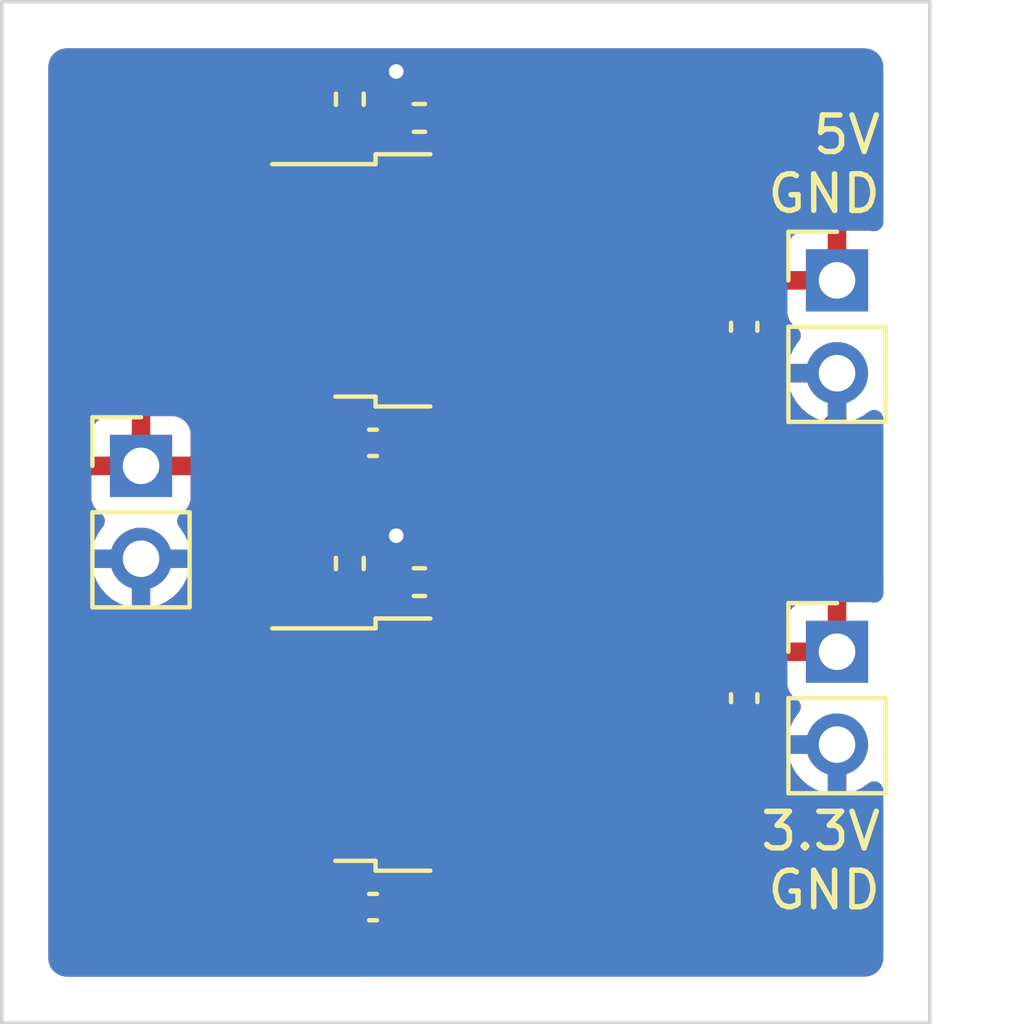
<source format=kicad_pcb>
(kicad_pcb (version 20211014) (generator pcbnew)
  (layers (0 "F.Cu" signal) (31 "B.Cu" signal) (34 "B.Paste" user) (35 "F.Paste" user) (36 "B.SilkS" user "B.Silkscreen") (37 "F.SilkS" user "F.Silkscreen") (38 "B.Mask" user) (39 "F.Mask" user) (44 "Edge.Cuts" user))
  (net 0 "")
  (net 1 "+12V")
  (net 2 "GND")
  (net 3 "+5V")
  (net 4 "Net-(R1-Pad2)")
  (net 5 "+3V3")
  (net 6 "Net-(R3-Pad2)")
  (footprint "Package_TO_SOT_SMD:TO-252-2" (layer "F.Cu") (at 93.98 68.58)
    (fp_text reference "U2" hide)
    (fp_text value "LM317_TO-252")
    (fp_line (start -2.47 3.45) (end -2.47 3.18) (layer "F.SilkS") (width 0.12))
    (fp_line (start -2.47 3.18) (end -3.57 3.18) (layer "F.SilkS") (width 0.12))
    (fp_line (start -2.47 -3.45) (end -2.47 -3.18) (layer "F.SilkS") (width 0.12))
    (fp_line (start -0.97 -3.45) (end -2.47 -3.45) (layer "F.SilkS") (width 0.12))
    (fp_line (start -0.97 3.45) (end -2.47 3.45) (layer "F.SilkS") (width 0.12))
    (fp_line (start -2.47 -3.18) (end -5.3 -3.18) (layer "F.SilkS") (width 0.12))
    (pad "1" smd rect (at -4.2 -2.28) (size 2.2 1.2) (layers "F.Cu" "F.Paste" "F.Mask") (net 6 "Net-(R3-Pad2)"))
    (pad "2" smd rect (at 2.1 0) (size 6.4 5.8) (layers "F.Cu" "F.Mask") (net 5 "+3V3"))
    (pad "3" smd rect (at -4.2 2.28) (size 2.2 1.2) (layers "F.Cu" "F.Paste" "F.Mask") (net 1 "+12V"))
  )
  (footprint "Connector_PinHeader_2.54mm:PinHeader_1x02_P2.54mm_Vertical" (layer "F.Cu") (at 104.14 66.04)
    (fp_text reference "J3" hide)
    (fp_text value "OUTPUT_3.3V")
    (fp_line (start 1.33 1.27) (end 1.33 3.87) (layer "F.SilkS") (width 0.12))
    (fp_line (start -1.33 3.87) (end 1.33 3.87) (layer "F.SilkS") (width 0.12))
    (fp_line (start -1.33 1.27) (end 1.33 1.27) (layer "F.SilkS") (width 0.12))
    (fp_line (start -1.33 -1.33) (end 0 -1.33) (layer "F.SilkS") (width 0.12))
    (fp_line (start -1.33 1.27) (end -1.33 3.87) (layer "F.SilkS") (width 0.12))
    (fp_line (start -1.33 0) (end -1.33 -1.33) (layer "F.SilkS") (width 0.12))
    (pad "1" thru_hole rect (at 0 0) (size 1.7 1.7) (drill 1) (layers *.Cu *.Mask) (net 5 "+3V3"))
    (pad "2" thru_hole oval (at 0 2.54) (size 1.7 1.7) (drill 1) (layers *.Cu *.Mask) (net 2 "GND"))
  )
  (footprint "Connector_PinHeader_2.54mm:PinHeader_1x02_P2.54mm_Vertical" (layer "F.Cu") (at 104.14 55.88)
    (fp_text reference "J2" hide)
    (fp_text value "OUTPUT_5V")
    (fp_line (start -1.33 1.27) (end 1.33 1.27) (layer "F.SilkS") (width 0.12))
    (fp_line (start 1.33 1.27) (end 1.33 3.87) (layer "F.SilkS") (width 0.12))
    (fp_line (start -1.33 0) (end -1.33 -1.33) (layer "F.SilkS") (width 0.12))
    (fp_line (start -1.33 -1.33) (end 0 -1.33) (layer "F.SilkS") (width 0.12))
    (fp_line (start -1.33 3.87) (end 1.33 3.87) (layer "F.SilkS") (width 0.12))
    (fp_line (start -1.33 1.27) (end -1.33 3.87) (layer "F.SilkS") (width 0.12))
    (pad "1" thru_hole rect (at 0 0) (size 1.7 1.7) (drill 1) (layers *.Cu *.Mask) (net 3 "+5V"))
    (pad "2" thru_hole oval (at 0 2.54) (size 1.7 1.7) (drill 1) (layers *.Cu *.Mask) (net 2 "GND"))
  )
  (footprint "Resistor_SMD:R_0402_1005Metric" (layer "F.Cu") (at 92.71 64.135 180)
    (fp_text reference "R3" hide)
    (fp_text value "200Ω")
    (fp_line (start -0.153641 0.38) (end 0.153641 0.38) (layer "F.SilkS") (width 0.12))
    (fp_line (start -0.153641 -0.38) (end 0.153641 -0.38) (layer "F.SilkS") (width 0.12))
    (pad "1" smd roundrect (at -0.51 0 180) (size 0.54 0.64) (layers "F.Cu" "F.Paste" "F.Mask") (net 5 "+3V3"))
    (pad "2" smd roundrect (at 0.51 0 180) (size 0.54 0.64) (layers "F.Cu" "F.Paste" "F.Mask") (net 6 "Net-(R3-Pad2)"))
  )
  (footprint "Capacitor_SMD:C_0402_1005Metric" (layer "F.Cu") (at 91.44 60.325)
    (fp_text reference "C1" hide)
    (fp_text value "100nF")
    (fp_line (start -0.107836 0.36) (end 0.107836 0.36) (layer "F.SilkS") (width 0.12))
    (fp_line (start -0.107836 -0.36) (end 0.107836 -0.36) (layer "F.SilkS") (width 0.12))
    (pad "1" smd roundrect (at -0.48 0) (size 0.56 0.62) (layers "F.Cu" "F.Paste" "F.Mask") (net 1 "+12V"))
    (pad "2" smd roundrect (at 0.48 0) (size 0.56 0.62) (layers "F.Cu" "F.Paste" "F.Mask") (net 2 "GND"))
  )
  (footprint "Capacitor_SMD:C_0402_1005Metric" (layer "F.Cu") (at 91.44 73.025)
    (fp_text reference "C3" hide)
    (fp_text value "100nF")
    (fp_line (start -0.107836 0.36) (end 0.107836 0.36) (layer "F.SilkS") (width 0.12))
    (fp_line (start -0.107836 -0.36) (end 0.107836 -0.36) (layer "F.SilkS") (width 0.12))
    (pad "1" smd roundrect (at -0.48 0) (size 0.56 0.62) (layers "F.Cu" "F.Paste" "F.Mask") (net 1 "+12V"))
    (pad "2" smd roundrect (at 0.48 0) (size 0.56 0.62) (layers "F.Cu" "F.Paste" "F.Mask") (net 2 "GND"))
  )
  (footprint "Capacitor_SMD:C_0402_1005Metric" (layer "F.Cu") (at 101.6 67.31 -90)
    (fp_text reference "C4" hide)
    (fp_text value "1uF")
    (fp_line (start -0.107836 -0.36) (end 0.107836 -0.36) (layer "F.SilkS") (width 0.12))
    (fp_line (start -0.107836 0.36) (end 0.107836 0.36) (layer "F.SilkS") (width 0.12))
    (pad "1" smd roundrect (at -0.48 0 270) (size 0.56 0.62) (layers "F.Cu" "F.Paste" "F.Mask") (net 5 "+3V3"))
    (pad "2" smd roundrect (at 0.48 0 270) (size 0.56 0.62) (layers "F.Cu" "F.Paste" "F.Mask") (net 2 "GND"))
  )
  (footprint "Resistor_SMD:R_0402_1005Metric" (layer "F.Cu") (at 90.805 50.925 90)
    (fp_text reference "R2" hide)
    (fp_text value "150Ω")
    (fp_line (start -0.153641 0.38) (end 0.153641 0.38) (layer "F.SilkS") (width 0.12))
    (fp_line (start -0.153641 -0.38) (end 0.153641 -0.38) (layer "F.SilkS") (width 0.12))
    (pad "1" smd roundrect (at -0.51 0 90) (size 0.54 0.64) (layers "F.Cu" "F.Paste" "F.Mask") (net 4 "Net-(R1-Pad2)"))
    (pad "2" smd roundrect (at 0.51 0 90) (size 0.54 0.64) (layers "F.Cu" "F.Paste" "F.Mask") (net 2 "GND"))
  )
  (footprint "Resistor_SMD:R_0402_1005Metric" (layer "F.Cu") (at 90.805 63.625 90)
    (fp_text reference "R4" hide)
    (fp_text value "330Ω")
    (fp_line (start -0.153641 0.38) (end 0.153641 0.38) (layer "F.SilkS") (width 0.12))
    (fp_line (start -0.153641 -0.38) (end 0.153641 -0.38) (layer "F.SilkS") (width 0.12))
    (pad "1" smd roundrect (at -0.51 0 90) (size 0.54 0.64) (layers "F.Cu" "F.Paste" "F.Mask") (net 6 "Net-(R3-Pad2)"))
    (pad "2" smd roundrect (at 0.51 0 90) (size 0.54 0.64) (layers "F.Cu" "F.Paste" "F.Mask") (net 2 "GND"))
  )
  (footprint "Package_TO_SOT_SMD:TO-252-2" (layer "F.Cu") (at 93.98 55.88)
    (fp_text reference "U1" hide)
    (fp_text value "LM317_TO-252")
    (fp_line (start -2.47 3.45) (end -2.47 3.18) (layer "F.SilkS") (width 0.12))
    (fp_line (start -2.47 -3.45) (end -2.47 -3.18) (layer "F.SilkS") (width 0.12))
    (fp_line (start -2.47 3.18) (end -3.57 3.18) (layer "F.SilkS") (width 0.12))
    (fp_line (start -2.47 -3.18) (end -5.3 -3.18) (layer "F.SilkS") (width 0.12))
    (fp_line (start -0.97 3.45) (end -2.47 3.45) (layer "F.SilkS") (width 0.12))
    (fp_line (start -0.97 -3.45) (end -2.47 -3.45) (layer "F.SilkS") (width 0.12))
    (pad "1" smd rect (at -4.2 -2.28) (size 2.2 1.2) (layers "F.Cu" "F.Paste" "F.Mask") (net 4 "Net-(R1-Pad2)"))
    (pad "2" smd rect (at 2.1 0) (size 6.4 5.8) (layers "F.Cu" "F.Mask") (net 3 "+5V"))
    (pad "3" smd rect (at -4.2 2.28) (size 2.2 1.2) (layers "F.Cu" "F.Paste" "F.Mask") (net 1 "+12V"))
  )
  (footprint "Resistor_SMD:R_0402_1005Metric" (layer "F.Cu") (at 92.71 51.435 180)
    (fp_text reference "R1" hide)
    (fp_text value "49.9Ω")
    (fp_line (start -0.153641 0.38) (end 0.153641 0.38) (layer "F.SilkS") (width 0.12))
    (fp_line (start -0.153641 -0.38) (end 0.153641 -0.38) (layer "F.SilkS") (width 0.12))
    (pad "1" smd roundrect (at -0.51 0 180) (size 0.54 0.64) (layers "F.Cu" "F.Paste" "F.Mask") (net 3 "+5V"))
    (pad "2" smd roundrect (at 0.51 0 180) (size 0.54 0.64) (layers "F.Cu" "F.Paste" "F.Mask") (net 4 "Net-(R1-Pad2)"))
  )
  (footprint "Capacitor_SMD:C_0402_1005Metric" (layer "F.Cu") (at 101.6 57.15 -90)
    (fp_text reference "C2" hide)
    (fp_text value "1uF")
    (fp_line (start -0.107836 0.36) (end 0.107836 0.36) (layer "F.SilkS") (width 0.12))
    (fp_line (start -0.107836 -0.36) (end 0.107836 -0.36) (layer "F.SilkS") (width 0.12))
    (pad "1" smd roundrect (at -0.48 0 270) (size 0.56 0.62) (layers "F.Cu" "F.Paste" "F.Mask") (net 3 "+5V"))
    (pad "2" smd roundrect (at 0.48 0 270) (size 0.56 0.62) (layers "F.Cu" "F.Paste" "F.Mask") (net 2 "GND"))
  )
  (footprint "Connector_PinHeader_2.54mm:PinHeader_1x02_P2.54mm_Vertical" (layer "F.Cu") (at 85.09 60.955)
    (fp_text reference "J1" hide)
    (fp_text value "INPUT")
    (fp_line (start -1.33 0) (end -1.33 -1.33) (layer "F.SilkS") (width 0.12))
    (fp_line (start -1.33 1.27) (end -1.33 3.87) (layer "F.SilkS") (width 0.12))
    (fp_line (start 1.33 1.27) (end 1.33 3.87) (layer "F.SilkS") (width 0.12))
    (fp_line (start -1.33 3.87) (end 1.33 3.87) (layer "F.SilkS") (width 0.12))
    (fp_line (start -1.33 1.27) (end 1.33 1.27) (layer "F.SilkS") (width 0.12))
    (fp_line (start -1.33 -1.33) (end 0 -1.33) (layer "F.SilkS") (width 0.12))
    (pad "1" thru_hole rect (at 0 0) (size 1.7 1.7) (drill 1) (layers *.Cu *.Mask) (net 1 "+12V"))
    (pad "2" thru_hole oval (at 0 2.54) (size 1.7 1.7) (drill 1) (layers *.Cu *.Mask) (net 2 "GND"))
  )
  (gr_rect (start 81.28 48.26) (end 106.68 76.2) (layer "Edge.Cuts") (width 0.1) (fill none))
  (gr_text "3.3V\nGND" (at 105.41 71.755) (layer "F.SilkS") (effects (font (size 1 1)) (justify right)))
  (gr_text "5V\nGND" (at 105.41 52.705) (layer "F.SilkS") (effects (font (size 1 1)) (justify right)))
  (segment (start 89.78 71.845) (end 90.96 73.025) (width 0.508) (layer "F.Cu") (net 1))
  (segment (start 89.78 58.16) (end 89.78 59.145) (width 0.508) (layer "F.Cu") (net 1))
  (segment (start 89.78 59.145) (end 90.96 60.325) (width 0.508) (layer "F.Cu") (net 1))
  (segment (start 89.78 70.86) (end 89.78 71.845) (width 0.508) (layer "F.Cu") (net 1))
  (segment (start 92.075 50.165) (end 91.055 50.165) (width 0.508) (layer "F.Cu") (net 2))
  (segment (start 91.92 73.025) (end 102.235 73.025) (width 0.508) (layer "F.Cu") (net 2))
  (segment (start 104.14 58.42) (end 102.39 58.42) (width 0.508) (layer "F.Cu") (net 2))
  (segment (start 102.39 58.42) (end 101.6 57.63) (width 0.508) (layer "F.Cu") (net 2))
  (segment (start 103.505 60.325) (end 104.14 59.69) (width 0.508) (layer "F.Cu") (net 2))
  (segment (start 104.14 68.58) (end 102.39 68.58) (width 0.508) (layer "F.Cu") (net 2))
  (segment (start 104.14 71.12) (end 104.14 68.58) (width 0.508) (layer "F.Cu") (net 2))
  (segment (start 91.055 50.165) (end 90.805 50.415) (width 0.508) (layer "F.Cu") (net 2))
  (segment (start 91.055 62.865) (end 90.805 63.115) (width 0.508) (layer "F.Cu") (net 2))
  (segment (start 102.39 68.58) (end 101.6 67.79) (width 0.508) (layer "F.Cu") (net 2))
  (segment (start 91.92 60.325) (end 103.505 60.325) (width 0.508) (layer "F.Cu") (net 2))
  (segment (start 92.075 62.865) (end 91.055 62.865) (width 0.508) (layer "F.Cu") (net 2))
  (segment (start 104.14 59.69) (end 104.14 58.42) (width 0.508) (layer "F.Cu") (net 2))
  (segment (start 102.235 73.025) (end 104.14 71.12) (width 0.508) (layer "F.Cu") (net 2))
  (via (at 92.075 62.865) (size 0.8) (drill 0.4) (layers "F.Cu" "B.Cu") (net 2))
  (via (at 92.075 50.165) (size 0.8) (drill 0.4) (layers "F.Cu" "B.Cu") (net 2))
  (segment (start 92.2 51.435) (end 90.805 51.435) (width 0.508) (layer "F.Cu") (net 4))
  (segment (start 90.805 51.435) (end 89.78 52.46) (width 0.508) (layer "F.Cu") (net 4))
  (segment (start 89.78 52.46) (end 89.78 53.6) (width 0.508) (layer "F.Cu") (net 4))
  (segment (start 90.805 64.135) (end 89.78 65.16) (width 0.508) (layer "F.Cu") (net 6))
  (segment (start 92.2 64.135) (end 90.805 64.135) (width 0.508) (layer "F.Cu") (net 6))
  (segment (start 89.78 65.16) (end 89.78 66.3) (width 0.508) (layer "F.Cu") (net 6))
  (zone (net 1) (net_name "+12V") (layer "F.Cu") (connect_pads thru_hole_only (clearance 0.508)) (min_thickness 0.508) (fill yes (thermal_gap 0.508) (thermal_bridge_width 0.508) (smoothing fillet) (radius 0.508))
    (polygon (pts (xy 91.44 74.93) (xy 82.55 74.93) (xy 82.55 49.53) (xy 91.44 49.53)))
  )
  (zone (net 3) (net_name "+5V") (layer "F.Cu") (connect_pads thru_hole_only (clearance 0.508)) (min_thickness 0.508) (fill yes (thermal_gap 0.508) (thermal_bridge_width 0.508) (smoothing fillet) (radius 0.508))
    (polygon (pts (xy 105.41 59.69) (xy 92.71 59.69) (xy 92.71 50.8) (xy 105.41 50.8)))
  )
  (zone (net 5) (net_name "+3V3") (layer "F.Cu") (connect_pads thru_hole_only (clearance 0.508)) (min_thickness 0.508) (fill yes (thermal_gap 0.508) (thermal_bridge_width 0.508) (smoothing fillet) (radius 0.508))
    (polygon (pts (xy 105.41 72.39) (xy 92.71 72.39) (xy 92.71 63.5) (xy 105.41 63.5)))
  )
  (zone (net 2) (net_name "GND") (layer "B.Cu") (connect_pads thru_hole_only (clearance 0.508)) (min_thickness 0.508) (fill yes (thermal_gap 0.508) (thermal_bridge_width 0.508) (smoothing fillet) (radius 0.508))
    (polygon (pts (xy 105.41 74.93) (xy 82.55 74.93) (xy 82.55 49.53) (xy 105.41 49.53)))
  )
)
</source>
